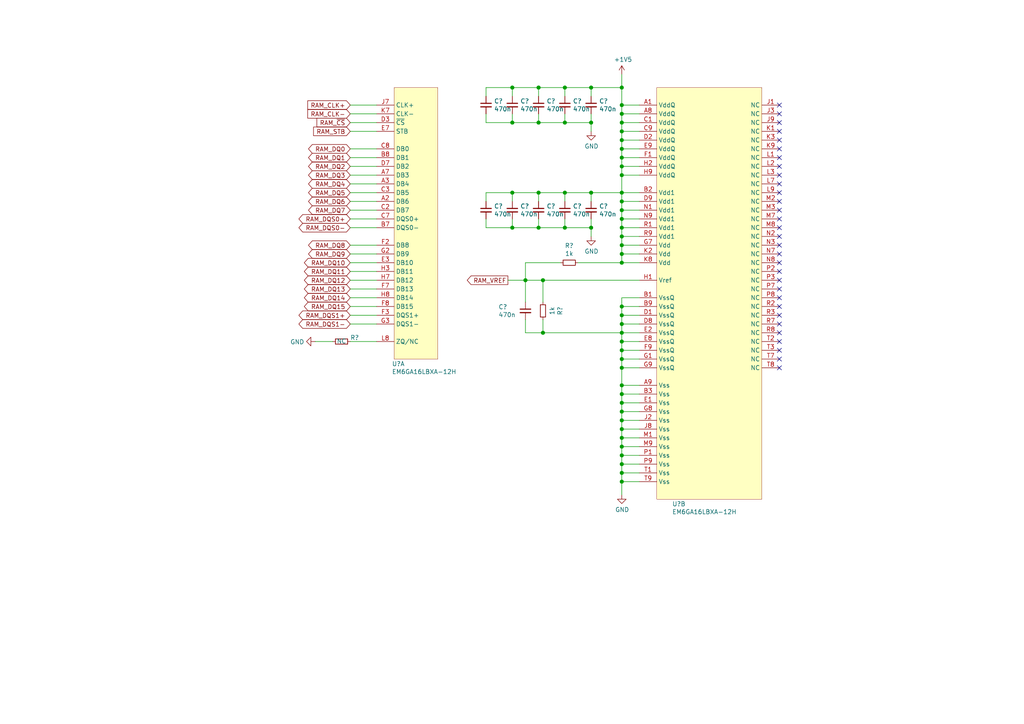
<source format=kicad_sch>
(kicad_sch (version 20210126) (generator eeschema)
  (paper "A4")
  (lib_symbols
    (symbol "Device:C_Small" (pin_numbers hide) (pin_names (offset 0.254) hide)
      (property "Reference" "C" (at 0.254 1.778 0))
      (property "Value" "C_Small" (at 0.254 -2.032 0))
      (symbol "C_Small_0_1"
        (polyline (pts (xy -1.524 -0.508) (xy 1.524 -0.508)) (stroke (width 0.3302)))
        (polyline (pts (xy -1.524 0.508) (xy 1.524 0.508)) (stroke (width 0.3048)))
      )
      (symbol "C_Small_1_1"
        (pin passive line (at 0 2.54 270) (length 2.032) (name "~") (number "1"))
        (pin passive line (at 0 -2.54 90) (length 2.032) (name "~") (number "2"))
      )
    )
    (symbol "Device:R_Small" (pin_numbers hide) (pin_names (offset 0.254) hide)
      (property "Reference" "R" (at 0.762 0.508 0))
      (property "Value" "R_Small" (at 0.762 -1.016 0))
      (symbol "R_Small_0_1"
        (rectangle (start -0.762 1.778) (end 0.762 -1.778) (stroke (width 0.2032)))
      )
      (symbol "R_Small_1_1"
        (pin passive line (at 0 2.54 270) (length 0.762) (name "~") (number "1"))
        (pin passive line (at 0 -2.54 90) (length 0.762) (name "~") (number "2"))
      )
    )
    (symbol "meowality:EM6GA16LBXA-12H"
      (property "Reference" "U" (at 0 -1.27 0))
      (property "Value" "EM6GA16LBXA-12H" (at 0 -3.81 0))
      (symbol "EM6GA16LBXA-12H_1_1"
        (rectangle (start -6.35 78.74) (end 6.35 0) (stroke (width 0.001)) (fill (type background)))
        (pin input line (at -11.43 73.66 0) (length 5.08) (name "CLK+") (number "J7"))
        (pin input line (at -11.43 71.12 0) (length 5.08) (name "CLK-") (number "K7"))
        (pin input line (at -11.43 68.58 0) (length 5.08) (name "~CS") (number "D3"))
        (pin input line (at -11.43 66.04 0) (length 5.08) (name "STB") (number "E7"))
        (pin bidirectional line (at -11.43 60.96 0) (length 5.08) (name "DB0") (number "C8"))
        (pin bidirectional line (at -11.43 58.42 0) (length 5.08) (name "DB1") (number "B8"))
        (pin bidirectional line (at -11.43 55.88 0) (length 5.08) (name "DB2") (number "D7"))
        (pin bidirectional line (at -11.43 53.34 0) (length 5.08) (name "DB3") (number "A7"))
        (pin bidirectional line (at -11.43 50.8 0) (length 5.08) (name "DB4") (number "A3"))
        (pin bidirectional line (at -11.43 48.26 0) (length 5.08) (name "DB5") (number "C3"))
        (pin bidirectional line (at -11.43 45.72 0) (length 5.08) (name "DB6") (number "A2"))
        (pin bidirectional line (at -11.43 43.18 0) (length 5.08) (name "DB7") (number "C2"))
        (pin bidirectional line (at -11.43 40.64 0) (length 5.08) (name "DQS0+") (number "C7"))
        (pin bidirectional line (at -11.43 38.1 0) (length 5.08) (name "DQS0-") (number "B7"))
        (pin bidirectional line (at -11.43 33.02 0) (length 5.08) (name "DB8") (number "F2"))
        (pin bidirectional line (at -11.43 30.48 0) (length 5.08) (name "DB9") (number "G2"))
        (pin bidirectional line (at -11.43 27.94 0) (length 5.08) (name "DB10") (number "E3"))
        (pin bidirectional line (at -11.43 25.4 0) (length 5.08) (name "DB11") (number "H3"))
        (pin bidirectional line (at -11.43 22.86 0) (length 5.08) (name "DB12") (number "H7"))
        (pin bidirectional line (at -11.43 20.32 0) (length 5.08) (name "DB13") (number "F7"))
        (pin bidirectional line (at -11.43 17.78 0) (length 5.08) (name "DB14") (number "H8"))
        (pin bidirectional line (at -11.43 15.24 0) (length 5.08) (name "DB15") (number "F8"))
        (pin bidirectional line (at -11.43 12.7 0) (length 5.08) (name "DQS1+") (number "F3"))
        (pin bidirectional line (at -11.43 10.16 0) (length 5.08) (name "DQS1-") (number "G3"))
        (pin passive line (at -11.43 5.08 0) (length 5.08) (name "ZQ/NC") (number "L8"))
      )
      (symbol "EM6GA16LBXA-12H_2_1"
        (rectangle (start -15.24 0) (end 15.24 119.38) (stroke (width 0.001)) (fill (type background)))
        (pin power_in line (at -20.32 114.3 0) (length 5.08) (name "VddQ") (number "A1"))
        (pin power_in line (at -20.32 111.76 0) (length 5.08) (name "VddQ") (number "A8"))
        (pin power_in line (at -20.32 109.22 0) (length 5.08) (name "VddQ") (number "C1"))
        (pin power_in line (at -20.32 106.68 0) (length 5.08) (name "VddQ") (number "C9"))
        (pin power_in line (at -20.32 104.14 0) (length 5.08) (name "VddQ") (number "D2"))
        (pin power_in line (at -20.32 101.6 0) (length 5.08) (name "VddQ") (number "E9"))
        (pin power_in line (at -20.32 99.06 0) (length 5.08) (name "VddQ") (number "F1"))
        (pin power_in line (at -20.32 96.52 0) (length 5.08) (name "VddQ") (number "H2"))
        (pin power_in line (at -20.32 93.98 0) (length 5.08) (name "VddQ") (number "H9"))
        (pin power_in line (at -20.32 63.5 0) (length 5.08) (name "Vref") (number "H1"))
        (pin power_in line (at -20.32 88.9 0) (length 5.08) (name "Vdd1") (number "B2"))
        (pin power_in line (at -20.32 86.36 0) (length 5.08) (name "Vdd1") (number "D9"))
        (pin power_in line (at -20.32 83.82 0) (length 5.08) (name "Vdd1") (number "N1"))
        (pin power_in line (at -20.32 81.28 0) (length 5.08) (name "Vdd1") (number "N9"))
        (pin power_in line (at -20.32 78.74 0) (length 5.08) (name "Vdd1") (number "R1"))
        (pin power_in line (at -20.32 76.2 0) (length 5.08) (name "Vdd1") (number "R9"))
        (pin power_in line (at -20.32 73.66 0) (length 5.08) (name "Vdd") (number "G7"))
        (pin power_in line (at -20.32 71.12 0) (length 5.08) (name "Vdd") (number "K2"))
        (pin power_in line (at -20.32 68.58 0) (length 5.08) (name "Vdd") (number "K8"))
        (pin power_in line (at -20.32 58.42 0) (length 5.08) (name "VssQ") (number "B1"))
        (pin power_in line (at -20.32 55.88 0) (length 5.08) (name "VssQ") (number "B9"))
        (pin power_in line (at -20.32 53.34 0) (length 5.08) (name "VssQ") (number "D1"))
        (pin power_in line (at -20.32 50.8 0) (length 5.08) (name "VssQ") (number "D8"))
        (pin power_in line (at -20.32 48.26 0) (length 5.08) (name "VssQ") (number "E2"))
        (pin power_in line (at -20.32 45.72 0) (length 5.08) (name "VssQ") (number "E8"))
        (pin power_in line (at -20.32 43.18 0) (length 5.08) (name "VssQ") (number "F9"))
        (pin power_in line (at -20.32 40.64 0) (length 5.08) (name "VssQ") (number "G1"))
        (pin power_in line (at -20.32 38.1 0) (length 5.08) (name "VssQ") (number "G9"))
        (pin power_in line (at -20.32 33.02 0) (length 5.08) (name "Vss") (number "A9"))
        (pin power_in line (at -20.32 30.48 0) (length 5.08) (name "Vss") (number "B3"))
        (pin power_in line (at -20.32 27.94 0) (length 5.08) (name "Vss") (number "E1"))
        (pin power_in line (at -20.32 25.4 0) (length 5.08) (name "Vss") (number "G8"))
        (pin power_in line (at -20.32 22.86 0) (length 5.08) (name "Vss") (number "J2"))
        (pin power_in line (at -20.32 20.32 0) (length 5.08) (name "Vss") (number "J8"))
        (pin power_in line (at -20.32 17.78 0) (length 5.08) (name "Vss") (number "M1"))
        (pin power_in line (at -20.32 15.24 0) (length 5.08) (name "Vss") (number "M9"))
        (pin power_in line (at -20.32 12.7 0) (length 5.08) (name "Vss") (number "P1"))
        (pin power_in line (at -20.32 10.16 0) (length 5.08) (name "Vss") (number "P9"))
        (pin power_in line (at -20.32 7.62 0) (length 5.08) (name "Vss") (number "T1"))
        (pin power_in line (at -20.32 5.08 0) (length 5.08) (name "Vss") (number "T9"))
        (pin passive line (at 20.32 114.3 180) (length 5.08) (name "NC") (number "J1"))
        (pin passive line (at 20.32 111.76 180) (length 5.08) (name "NC") (number "J3"))
        (pin passive line (at 20.32 109.22 180) (length 5.08) (name "NC") (number "J9"))
        (pin passive line (at 20.32 106.68 180) (length 5.08) (name "NC") (number "K1"))
        (pin passive line (at 20.32 104.14 180) (length 5.08) (name "NC") (number "K3"))
        (pin passive line (at 20.32 101.6 180) (length 5.08) (name "NC") (number "K9"))
        (pin passive line (at 20.32 99.06 180) (length 5.08) (name "NC") (number "L1"))
        (pin passive line (at 20.32 96.52 180) (length 5.08) (name "NC") (number "L2"))
        (pin passive line (at 20.32 93.98 180) (length 5.08) (name "NC") (number "L3"))
        (pin passive line (at 20.32 91.44 180) (length 5.08) (name "NC") (number "L7"))
        (pin passive line (at 20.32 88.9 180) (length 5.08) (name "NC") (number "L9"))
        (pin passive line (at 20.32 86.36 180) (length 5.08) (name "NC") (number "M2"))
        (pin passive line (at 20.32 83.82 180) (length 5.08) (name "NC") (number "M3"))
        (pin passive line (at 20.32 81.28 180) (length 5.08) (name "NC") (number "M7"))
        (pin passive line (at 20.32 78.74 180) (length 5.08) (name "NC") (number "M8"))
        (pin passive line (at 20.32 76.2 180) (length 5.08) (name "NC") (number "N2"))
        (pin passive line (at 20.32 73.66 180) (length 5.08) (name "NC") (number "N3"))
        (pin passive line (at 20.32 71.12 180) (length 5.08) (name "NC") (number "N7"))
        (pin passive line (at 20.32 68.58 180) (length 5.08) (name "NC") (number "N8"))
        (pin passive line (at 20.32 66.04 180) (length 5.08) (name "NC") (number "P2"))
        (pin passive line (at 20.32 63.5 180) (length 5.08) (name "NC") (number "P3"))
        (pin passive line (at 20.32 60.96 180) (length 5.08) (name "NC") (number "P7"))
        (pin passive line (at 20.32 58.42 180) (length 5.08) (name "NC") (number "P8"))
        (pin passive line (at 20.32 55.88 180) (length 5.08) (name "NC") (number "R2"))
        (pin passive line (at 20.32 53.34 180) (length 5.08) (name "NC") (number "R3"))
        (pin passive line (at 20.32 50.8 180) (length 5.08) (name "NC") (number "R7"))
        (pin passive line (at 20.32 48.26 180) (length 5.08) (name "NC") (number "R8"))
        (pin passive line (at 20.32 45.72 180) (length 5.08) (name "NC") (number "T2"))
        (pin passive line (at 20.32 43.18 180) (length 5.08) (name "NC") (number "T3"))
        (pin passive line (at 20.32 40.64 180) (length 5.08) (name "NC") (number "T7"))
        (pin passive line (at 20.32 38.1 180) (length 5.08) (name "NC") (number "T8"))
      )
    )
    (symbol "power:+1V5" (power) (pin_names (offset 0))
      (property "Value" "+1V5" (at 0 3.556 0))
      (symbol "+1V5_0_1"
        (polyline (pts (xy -0.762 1.27) (xy 0 2.54)))
        (polyline (pts (xy 0 0) (xy 0 2.54)))
        (polyline (pts (xy 0 2.54) (xy 0.762 1.27)))
      )
      (symbol "+1V5_1_1"
        (pin power_in line (at 0 0 90) (length 0) hide (name "+1V5") (number "1"))
      )
    )
    (symbol "power:GND" (power) (pin_names (offset 0))
      (property "Value" "GND" (at 0 -3.81 0))
      (symbol "GND_0_1"
        (polyline (pts (xy 0 0) (xy 0 -1.27) (xy 1.27 -1.27) (xy 0 -2.54) (xy -1.27 -1.27) (xy 0 -1.27)))
      )
      (symbol "GND_1_1"
        (pin power_in line (at 0 0 270) (length 0) hide (name "GND") (number "1"))
      )
    )
  )
  (junction (at 148.59 25.4) (diameter 1.016))
  (junction (at 148.59 35.56) (diameter 1.016))
  (junction (at 148.59 55.88) (diameter 1.016))
  (junction (at 148.59 66.04) (diameter 1.016))
  (junction (at 152.4 81.28) (diameter 1.016))
  (junction (at 156.21 25.4) (diameter 1.016))
  (junction (at 156.21 35.56) (diameter 1.016))
  (junction (at 156.21 55.88) (diameter 1.016))
  (junction (at 156.21 66.04) (diameter 1.016))
  (junction (at 157.48 81.28) (diameter 1.016))
  (junction (at 157.48 96.52) (diameter 1.016))
  (junction (at 163.83 25.4) (diameter 1.016))
  (junction (at 163.83 35.56) (diameter 1.016))
  (junction (at 163.83 55.88) (diameter 1.016))
  (junction (at 163.83 66.04) (diameter 1.016))
  (junction (at 171.45 25.4) (diameter 1.016))
  (junction (at 171.45 35.56) (diameter 1.016))
  (junction (at 171.45 55.88) (diameter 1.016))
  (junction (at 171.45 66.04) (diameter 1.016))
  (junction (at 180.34 25.4) (diameter 1.016))
  (junction (at 180.34 30.48) (diameter 1.016))
  (junction (at 180.34 33.02) (diameter 1.016))
  (junction (at 180.34 35.56) (diameter 1.016))
  (junction (at 180.34 38.1) (diameter 1.016))
  (junction (at 180.34 40.64) (diameter 1.016))
  (junction (at 180.34 43.18) (diameter 1.016))
  (junction (at 180.34 45.72) (diameter 1.016))
  (junction (at 180.34 48.26) (diameter 1.016))
  (junction (at 180.34 50.8) (diameter 1.016))
  (junction (at 180.34 55.88) (diameter 1.016))
  (junction (at 180.34 58.42) (diameter 1.016))
  (junction (at 180.34 60.96) (diameter 1.016))
  (junction (at 180.34 63.5) (diameter 1.016))
  (junction (at 180.34 66.04) (diameter 1.016))
  (junction (at 180.34 68.58) (diameter 1.016))
  (junction (at 180.34 71.12) (diameter 1.016))
  (junction (at 180.34 73.66) (diameter 1.016))
  (junction (at 180.34 76.2) (diameter 1.016))
  (junction (at 180.34 88.9) (diameter 1.016))
  (junction (at 180.34 91.44) (diameter 1.016))
  (junction (at 180.34 93.98) (diameter 1.016))
  (junction (at 180.34 96.52) (diameter 1.016))
  (junction (at 180.34 99.06) (diameter 1.016))
  (junction (at 180.34 101.6) (diameter 1.016))
  (junction (at 180.34 104.14) (diameter 1.016))
  (junction (at 180.34 106.68) (diameter 1.016))
  (junction (at 180.34 111.76) (diameter 1.016))
  (junction (at 180.34 114.3) (diameter 1.016))
  (junction (at 180.34 116.84) (diameter 1.016))
  (junction (at 180.34 119.38) (diameter 1.016))
  (junction (at 180.34 121.92) (diameter 1.016))
  (junction (at 180.34 124.46) (diameter 1.016))
  (junction (at 180.34 127) (diameter 1.016))
  (junction (at 180.34 129.54) (diameter 1.016))
  (junction (at 180.34 132.08) (diameter 1.016))
  (junction (at 180.34 134.62) (diameter 1.016))
  (junction (at 180.34 137.16) (diameter 1.016))
  (junction (at 180.34 139.7) (diameter 1.016))
  (no_connect (at 226.06 30.48))
  (no_connect (at 226.06 33.02))
  (no_connect (at 226.06 35.56))
  (no_connect (at 226.06 38.1))
  (no_connect (at 226.06 40.64))
  (no_connect (at 226.06 43.18))
  (no_connect (at 226.06 45.72))
  (no_connect (at 226.06 48.26))
  (no_connect (at 226.06 50.8))
  (no_connect (at 226.06 53.34))
  (no_connect (at 226.06 55.88))
  (no_connect (at 226.06 58.42))
  (no_connect (at 226.06 60.96))
  (no_connect (at 226.06 63.5))
  (no_connect (at 226.06 66.04))
  (no_connect (at 226.06 68.58))
  (no_connect (at 226.06 71.12))
  (no_connect (at 226.06 73.66))
  (no_connect (at 226.06 76.2))
  (no_connect (at 226.06 78.74))
  (no_connect (at 226.06 81.28))
  (no_connect (at 226.06 83.82))
  (no_connect (at 226.06 86.36))
  (no_connect (at 226.06 88.9))
  (no_connect (at 226.06 91.44))
  (no_connect (at 226.06 93.98))
  (no_connect (at 226.06 96.52))
  (no_connect (at 226.06 99.06))
  (no_connect (at 226.06 101.6))
  (no_connect (at 226.06 104.14))
  (no_connect (at 226.06 106.68))
  (wire (pts (xy 91.44 99.06) (xy 96.52 99.06)))
  (wire (pts (xy 101.6 30.48) (xy 109.22 30.48)))
  (wire (pts (xy 101.6 33.02) (xy 109.22 33.02)))
  (wire (pts (xy 101.6 35.56) (xy 109.22 35.56)))
  (wire (pts (xy 101.6 38.1) (xy 109.22 38.1)))
  (wire (pts (xy 101.6 43.18) (xy 109.22 43.18)))
  (wire (pts (xy 101.6 45.72) (xy 109.22 45.72)))
  (wire (pts (xy 101.6 48.26) (xy 109.22 48.26)))
  (wire (pts (xy 101.6 50.8) (xy 109.22 50.8)))
  (wire (pts (xy 101.6 53.34) (xy 109.22 53.34)))
  (wire (pts (xy 101.6 55.88) (xy 109.22 55.88)))
  (wire (pts (xy 101.6 58.42) (xy 109.22 58.42)))
  (wire (pts (xy 101.6 60.96) (xy 109.22 60.96)))
  (wire (pts (xy 101.6 63.5) (xy 109.22 63.5)))
  (wire (pts (xy 101.6 66.04) (xy 109.22 66.04)))
  (wire (pts (xy 101.6 71.12) (xy 109.22 71.12)))
  (wire (pts (xy 101.6 73.66) (xy 109.22 73.66)))
  (wire (pts (xy 101.6 76.2) (xy 109.22 76.2)))
  (wire (pts (xy 101.6 78.74) (xy 109.22 78.74)))
  (wire (pts (xy 101.6 81.28) (xy 109.22 81.28)))
  (wire (pts (xy 101.6 83.82) (xy 109.22 83.82)))
  (wire (pts (xy 101.6 86.36) (xy 109.22 86.36)))
  (wire (pts (xy 101.6 88.9) (xy 109.22 88.9)))
  (wire (pts (xy 101.6 91.44) (xy 109.22 91.44)))
  (wire (pts (xy 101.6 93.98) (xy 109.22 93.98)))
  (wire (pts (xy 101.6 99.06) (xy 109.22 99.06)))
  (wire (pts (xy 140.97 25.4) (xy 148.59 25.4)))
  (wire (pts (xy 140.97 27.94) (xy 140.97 25.4)))
  (wire (pts (xy 140.97 33.02) (xy 140.97 35.56)))
  (wire (pts (xy 140.97 35.56) (xy 148.59 35.56)))
  (wire (pts (xy 140.97 55.88) (xy 148.59 55.88)))
  (wire (pts (xy 140.97 58.42) (xy 140.97 55.88)))
  (wire (pts (xy 140.97 63.5) (xy 140.97 66.04)))
  (wire (pts (xy 140.97 66.04) (xy 148.59 66.04)))
  (wire (pts (xy 147.32 81.28) (xy 152.4 81.28)))
  (wire (pts (xy 148.59 25.4) (xy 148.59 27.94)))
  (wire (pts (xy 148.59 33.02) (xy 148.59 35.56)))
  (wire (pts (xy 148.59 35.56) (xy 156.21 35.56)))
  (wire (pts (xy 148.59 55.88) (xy 148.59 58.42)))
  (wire (pts (xy 148.59 63.5) (xy 148.59 66.04)))
  (wire (pts (xy 148.59 66.04) (xy 156.21 66.04)))
  (wire (pts (xy 152.4 76.2) (xy 152.4 81.28)))
  (wire (pts (xy 152.4 81.28) (xy 152.4 87.63)))
  (wire (pts (xy 152.4 81.28) (xy 157.48 81.28)))
  (wire (pts (xy 152.4 92.71) (xy 152.4 96.52)))
  (wire (pts (xy 152.4 96.52) (xy 157.48 96.52)))
  (wire (pts (xy 156.21 25.4) (xy 148.59 25.4)))
  (wire (pts (xy 156.21 25.4) (xy 156.21 27.94)))
  (wire (pts (xy 156.21 33.02) (xy 156.21 35.56)))
  (wire (pts (xy 156.21 35.56) (xy 163.83 35.56)))
  (wire (pts (xy 156.21 55.88) (xy 148.59 55.88)))
  (wire (pts (xy 156.21 55.88) (xy 156.21 58.42)))
  (wire (pts (xy 156.21 63.5) (xy 156.21 66.04)))
  (wire (pts (xy 156.21 66.04) (xy 163.83 66.04)))
  (wire (pts (xy 157.48 81.28) (xy 157.48 87.63)))
  (wire (pts (xy 157.48 81.28) (xy 185.42 81.28)))
  (wire (pts (xy 157.48 92.71) (xy 157.48 96.52)))
  (wire (pts (xy 157.48 96.52) (xy 180.34 96.52)))
  (wire (pts (xy 162.56 76.2) (xy 152.4 76.2)))
  (wire (pts (xy 163.83 25.4) (xy 156.21 25.4)))
  (wire (pts (xy 163.83 25.4) (xy 163.83 27.94)))
  (wire (pts (xy 163.83 33.02) (xy 163.83 35.56)))
  (wire (pts (xy 163.83 35.56) (xy 171.45 35.56)))
  (wire (pts (xy 163.83 55.88) (xy 156.21 55.88)))
  (wire (pts (xy 163.83 55.88) (xy 163.83 58.42)))
  (wire (pts (xy 163.83 63.5) (xy 163.83 66.04)))
  (wire (pts (xy 163.83 66.04) (xy 171.45 66.04)))
  (wire (pts (xy 167.64 76.2) (xy 180.34 76.2)))
  (wire (pts (xy 171.45 25.4) (xy 163.83 25.4)))
  (wire (pts (xy 171.45 25.4) (xy 171.45 27.94)))
  (wire (pts (xy 171.45 35.56) (xy 171.45 33.02)))
  (wire (pts (xy 171.45 35.56) (xy 171.45 38.1)))
  (wire (pts (xy 171.45 55.88) (xy 163.83 55.88)))
  (wire (pts (xy 171.45 55.88) (xy 171.45 58.42)))
  (wire (pts (xy 171.45 55.88) (xy 180.34 55.88)))
  (wire (pts (xy 171.45 66.04) (xy 171.45 63.5)))
  (wire (pts (xy 171.45 66.04) (xy 171.45 68.58)))
  (wire (pts (xy 180.34 21.59) (xy 180.34 25.4)))
  (wire (pts (xy 180.34 25.4) (xy 171.45 25.4)))
  (wire (pts (xy 180.34 25.4) (xy 180.34 30.48)))
  (wire (pts (xy 180.34 30.48) (xy 180.34 33.02)))
  (wire (pts (xy 180.34 30.48) (xy 185.42 30.48)))
  (wire (pts (xy 180.34 33.02) (xy 180.34 35.56)))
  (wire (pts (xy 180.34 33.02) (xy 185.42 33.02)))
  (wire (pts (xy 180.34 35.56) (xy 180.34 38.1)))
  (wire (pts (xy 180.34 35.56) (xy 185.42 35.56)))
  (wire (pts (xy 180.34 38.1) (xy 180.34 40.64)))
  (wire (pts (xy 180.34 38.1) (xy 185.42 38.1)))
  (wire (pts (xy 180.34 40.64) (xy 180.34 43.18)))
  (wire (pts (xy 180.34 40.64) (xy 185.42 40.64)))
  (wire (pts (xy 180.34 43.18) (xy 180.34 45.72)))
  (wire (pts (xy 180.34 43.18) (xy 185.42 43.18)))
  (wire (pts (xy 180.34 45.72) (xy 180.34 48.26)))
  (wire (pts (xy 180.34 45.72) (xy 185.42 45.72)))
  (wire (pts (xy 180.34 48.26) (xy 180.34 50.8)))
  (wire (pts (xy 180.34 48.26) (xy 185.42 48.26)))
  (wire (pts (xy 180.34 50.8) (xy 180.34 55.88)))
  (wire (pts (xy 180.34 50.8) (xy 185.42 50.8)))
  (wire (pts (xy 180.34 55.88) (xy 180.34 58.42)))
  (wire (pts (xy 180.34 55.88) (xy 185.42 55.88)))
  (wire (pts (xy 180.34 58.42) (xy 180.34 60.96)))
  (wire (pts (xy 180.34 58.42) (xy 185.42 58.42)))
  (wire (pts (xy 180.34 60.96) (xy 180.34 63.5)))
  (wire (pts (xy 180.34 60.96) (xy 185.42 60.96)))
  (wire (pts (xy 180.34 63.5) (xy 180.34 66.04)))
  (wire (pts (xy 180.34 63.5) (xy 185.42 63.5)))
  (wire (pts (xy 180.34 66.04) (xy 180.34 68.58)))
  (wire (pts (xy 180.34 66.04) (xy 185.42 66.04)))
  (wire (pts (xy 180.34 68.58) (xy 180.34 71.12)))
  (wire (pts (xy 180.34 68.58) (xy 185.42 68.58)))
  (wire (pts (xy 180.34 71.12) (xy 180.34 73.66)))
  (wire (pts (xy 180.34 71.12) (xy 185.42 71.12)))
  (wire (pts (xy 180.34 73.66) (xy 180.34 76.2)))
  (wire (pts (xy 180.34 73.66) (xy 185.42 73.66)))
  (wire (pts (xy 180.34 76.2) (xy 185.42 76.2)))
  (wire (pts (xy 180.34 86.36) (xy 185.42 86.36)))
  (wire (pts (xy 180.34 88.9) (xy 180.34 86.36)))
  (wire (pts (xy 180.34 88.9) (xy 185.42 88.9)))
  (wire (pts (xy 180.34 91.44) (xy 180.34 88.9)))
  (wire (pts (xy 180.34 91.44) (xy 185.42 91.44)))
  (wire (pts (xy 180.34 93.98) (xy 180.34 91.44)))
  (wire (pts (xy 180.34 93.98) (xy 185.42 93.98)))
  (wire (pts (xy 180.34 96.52) (xy 180.34 93.98)))
  (wire (pts (xy 180.34 96.52) (xy 185.42 96.52)))
  (wire (pts (xy 180.34 99.06) (xy 180.34 96.52)))
  (wire (pts (xy 180.34 99.06) (xy 185.42 99.06)))
  (wire (pts (xy 180.34 101.6) (xy 180.34 99.06)))
  (wire (pts (xy 180.34 101.6) (xy 185.42 101.6)))
  (wire (pts (xy 180.34 104.14) (xy 180.34 101.6)))
  (wire (pts (xy 180.34 104.14) (xy 185.42 104.14)))
  (wire (pts (xy 180.34 106.68) (xy 180.34 104.14)))
  (wire (pts (xy 180.34 106.68) (xy 180.34 111.76)))
  (wire (pts (xy 180.34 106.68) (xy 185.42 106.68)))
  (wire (pts (xy 180.34 111.76) (xy 185.42 111.76)))
  (wire (pts (xy 180.34 114.3) (xy 180.34 111.76)))
  (wire (pts (xy 180.34 114.3) (xy 185.42 114.3)))
  (wire (pts (xy 180.34 116.84) (xy 180.34 114.3)))
  (wire (pts (xy 180.34 116.84) (xy 185.42 116.84)))
  (wire (pts (xy 180.34 119.38) (xy 180.34 116.84)))
  (wire (pts (xy 180.34 119.38) (xy 185.42 119.38)))
  (wire (pts (xy 180.34 121.92) (xy 180.34 119.38)))
  (wire (pts (xy 180.34 121.92) (xy 185.42 121.92)))
  (wire (pts (xy 180.34 124.46) (xy 180.34 121.92)))
  (wire (pts (xy 180.34 124.46) (xy 185.42 124.46)))
  (wire (pts (xy 180.34 127) (xy 180.34 124.46)))
  (wire (pts (xy 180.34 127) (xy 185.42 127)))
  (wire (pts (xy 180.34 129.54) (xy 180.34 127)))
  (wire (pts (xy 180.34 129.54) (xy 185.42 129.54)))
  (wire (pts (xy 180.34 132.08) (xy 180.34 129.54)))
  (wire (pts (xy 180.34 132.08) (xy 185.42 132.08)))
  (wire (pts (xy 180.34 134.62) (xy 180.34 132.08)))
  (wire (pts (xy 180.34 134.62) (xy 185.42 134.62)))
  (wire (pts (xy 180.34 137.16) (xy 180.34 134.62)))
  (wire (pts (xy 180.34 137.16) (xy 185.42 137.16)))
  (wire (pts (xy 180.34 139.7) (xy 180.34 137.16)))
  (wire (pts (xy 180.34 139.7) (xy 185.42 139.7)))
  (wire (pts (xy 180.34 143.51) (xy 180.34 139.7)))
  (global_label "RAM_CLK+" (shape input) (at 101.6 30.48 180) (property "Intersheet References" "${INTERSHEET_REFS}" (effects hide)))
  (global_label "RAM_CLK-" (shape input) (at 101.6 33.02 180) (property "Intersheet References" "${INTERSHEET_REFS}" (effects hide)))
  (global_label "RAM_~CS" (shape input) (at 101.6 35.56 180) (property "Intersheet References" "${INTERSHEET_REFS}" (effects hide)))
  (global_label "RAM_STB" (shape input) (at 101.6 38.1 180) (property "Intersheet References" "${INTERSHEET_REFS}" (effects hide)))
  (global_label "RAM_DQ0" (shape bidirectional) (at 101.6 43.18 180) (property "Intersheet References" "${INTERSHEET_REFS}" (effects hide)))
  (global_label "RAM_DQ1" (shape bidirectional) (at 101.6 45.72 180) (property "Intersheet References" "${INTERSHEET_REFS}" (effects hide)))
  (global_label "RAM_DQ2" (shape bidirectional) (at 101.6 48.26 180) (property "Intersheet References" "${INTERSHEET_REFS}" (effects hide)))
  (global_label "RAM_DQ3" (shape bidirectional) (at 101.6 50.8 180) (property "Intersheet References" "${INTERSHEET_REFS}" (effects hide)))
  (global_label "RAM_DQ4" (shape bidirectional) (at 101.6 53.34 180) (property "Intersheet References" "${INTERSHEET_REFS}" (effects hide)))
  (global_label "RAM_DQ5" (shape bidirectional) (at 101.6 55.88 180) (property "Intersheet References" "${INTERSHEET_REFS}" (effects hide)))
  (global_label "RAM_DQ6" (shape bidirectional) (at 101.6 58.42 180) (property "Intersheet References" "${INTERSHEET_REFS}" (effects hide)))
  (global_label "RAM_DQ7" (shape bidirectional) (at 101.6 60.96 180) (property "Intersheet References" "${INTERSHEET_REFS}" (effects hide)))
  (global_label "RAM_DQS0+" (shape bidirectional) (at 101.6 63.5 180) (property "Intersheet References" "${INTERSHEET_REFS}" (effects hide)))
  (global_label "RAM_DQS0-" (shape bidirectional) (at 101.6 66.04 180) (property "Intersheet References" "${INTERSHEET_REFS}" (effects hide)))
  (global_label "RAM_DQ8" (shape bidirectional) (at 101.6 71.12 180) (property "Intersheet References" "${INTERSHEET_REFS}" (effects hide)))
  (global_label "RAM_DQ9" (shape bidirectional) (at 101.6 73.66 180) (property "Intersheet References" "${INTERSHEET_REFS}" (effects hide)))
  (global_label "RAM_DQ10" (shape bidirectional) (at 101.6 76.2 180) (property "Intersheet References" "${INTERSHEET_REFS}" (effects hide)))
  (global_label "RAM_DQ11" (shape bidirectional) (at 101.6 78.74 180) (property "Intersheet References" "${INTERSHEET_REFS}" (effects hide)))
  (global_label "RAM_DQ12" (shape bidirectional) (at 101.6 81.28 180) (property "Intersheet References" "${INTERSHEET_REFS}" (effects hide)))
  (global_label "RAM_DQ13" (shape bidirectional) (at 101.6 83.82 180) (property "Intersheet References" "${INTERSHEET_REFS}" (effects hide)))
  (global_label "RAM_DQ14" (shape bidirectional) (at 101.6 86.36 180) (property "Intersheet References" "${INTERSHEET_REFS}" (effects hide)))
  (global_label "RAM_DQ15" (shape bidirectional) (at 101.6 88.9 180) (property "Intersheet References" "${INTERSHEET_REFS}" (effects hide)))
  (global_label "RAM_DQS1+" (shape bidirectional) (at 101.6 91.44 180) (property "Intersheet References" "${INTERSHEET_REFS}" (effects hide)))
  (global_label "RAM_DQS1-" (shape bidirectional) (at 101.6 93.98 180) (property "Intersheet References" "${INTERSHEET_REFS}" (effects hide)))
  (global_label "RAM_VREF" (shape output) (at 147.32 81.28 180) (property "Intersheet References" "${INTERSHEET_REFS}" (effects hide)))
  (symbol (lib_id "power:+1V5") (at 180.34 21.59 0) (unit 1)
    (property "Reference" "#PWR?" (effects hide))
    (property "Value" "+1V5" (at 180.7083 17.2656 0))
  )
  (symbol (lib_id "power:GND") (at 91.44 99.06 270) (unit 1)
    (property "Reference" "#PWR?" (effects hide))
    (property "Value" "GND" (at 88.265 99.1743 90) (effects (justify right)))
  )
  (symbol (lib_id "power:GND") (at 171.45 38.1 0) (unit 1)
    (property "Reference" "#PWR?" (effects hide))
    (property "Value" "GND" (at 171.5643 42.4244 0))
  )
  (symbol (lib_id "power:GND") (at 171.45 68.58 0) (unit 1)
    (property "Reference" "#PWR?" (effects hide))
    (property "Value" "GND" (at 171.5643 72.9044 0))
  )
  (symbol (lib_id "power:GND") (at 180.34 143.51 0) (unit 1)
    (property "Reference" "#PWR?" (effects hide))
    (property "Value" "GND" (at 180.4543 147.8344 0))
  )
  (symbol (lib_id "Device:R_Small") (at 99.06 99.06 90) (unit 1)
    (property "Reference" "R?" (at 102.87 97.9232 90))
    (property "Value" "NC" (at 99.06 98.952 90))
  )
  (symbol (lib_id "Device:R_Small") (at 157.48 90.17 0) (unit 1)
    (property "Reference" "R?" (at 162.4268 90.17 90))
    (property "Value" "1k" (at 160.128 90.17 90))
  )
  (symbol (lib_id "Device:R_Small") (at 165.1 76.2 90) (unit 1)
    (property "Reference" "R?" (at 165.1 71.2532 90))
    (property "Value" "1k" (at 165.1 73.552 90))
  )
  (symbol (lib_id "Device:C_Small") (at 140.97 30.48 0) (unit 1)
    (property "Reference" "C?" (at 143.2942 29.3306 0) (effects (justify left)))
    (property "Value" "470n" (at 143.294 31.629 0) (effects (justify left)))
  )
  (symbol (lib_id "Device:C_Small") (at 140.97 60.96 0) (unit 1)
    (property "Reference" "C?" (at 143.2942 59.8106 0) (effects (justify left)))
    (property "Value" "470n" (at 143.294 62.109 0) (effects (justify left)))
  )
  (symbol (lib_id "Device:C_Small") (at 148.59 30.48 0) (unit 1)
    (property "Reference" "C?" (at 150.9142 29.3306 0) (effects (justify left)))
    (property "Value" "470n" (at 150.914 31.629 0) (effects (justify left)))
  )
  (symbol (lib_id "Device:C_Small") (at 148.59 60.96 0) (unit 1)
    (property "Reference" "C?" (at 150.9142 59.8106 0) (effects (justify left)))
    (property "Value" "470n" (at 150.914 62.109 0) (effects (justify left)))
  )
  (symbol (lib_id "Device:C_Small") (at 152.4 90.17 0) (unit 1)
    (property "Reference" "C?" (at 144.5642 89.0206 0) (effects (justify left)))
    (property "Value" "470n" (at 144.564 91.319 0) (effects (justify left)))
  )
  (symbol (lib_id "Device:C_Small") (at 156.21 30.48 0) (unit 1)
    (property "Reference" "C?" (at 158.5342 29.3306 0) (effects (justify left)))
    (property "Value" "470n" (at 158.534 31.629 0) (effects (justify left)))
  )
  (symbol (lib_id "Device:C_Small") (at 156.21 60.96 0) (unit 1)
    (property "Reference" "C?" (at 158.5342 59.8106 0) (effects (justify left)))
    (property "Value" "470n" (at 158.534 62.109 0) (effects (justify left)))
  )
  (symbol (lib_id "Device:C_Small") (at 163.83 30.48 0) (unit 1)
    (property "Reference" "C?" (at 166.1542 29.3306 0) (effects (justify left)))
    (property "Value" "470n" (at 166.154 31.629 0) (effects (justify left)))
  )
  (symbol (lib_id "Device:C_Small") (at 163.83 60.96 0) (unit 1)
    (property "Reference" "C?" (at 166.1542 59.8106 0) (effects (justify left)))
    (property "Value" "470n" (at 166.154 62.109 0) (effects (justify left)))
  )
  (symbol (lib_id "Device:C_Small") (at 171.45 30.48 0) (unit 1)
    (property "Reference" "C?" (at 173.7742 29.3306 0) (effects (justify left)))
    (property "Value" "470n" (at 173.774 31.629 0) (effects (justify left)))
  )
  (symbol (lib_id "Device:C_Small") (at 171.45 60.96 0) (unit 1)
    (property "Reference" "C?" (at 173.7742 59.8106 0) (effects (justify left)))
    (property "Value" "470n" (at 173.774 62.109 0) (effects (justify left)))
  )
  (symbol (lib_id "meowality:EM6GA16LBXA-12H") (at 120.65 104.14 0) (unit 1)
    (property "Reference" "U?" (at 113.6656 105.5306 0) (effects (justify left)))
    (property "Value" "EM6GA16LBXA-12H" (at 113.6656 107.8293 0) (effects (justify left)))
  )
  (symbol (lib_id "meowality:EM6GA16LBXA-12H") (at 205.74 144.78 0) (unit 2)
    (property "Reference" "U?" (at 194.9456 146.1706 0) (effects (justify left)))
    (property "Value" "EM6GA16LBXA-12H" (at 194.9456 148.4693 0) (effects (justify left)))
  )
)
</source>
